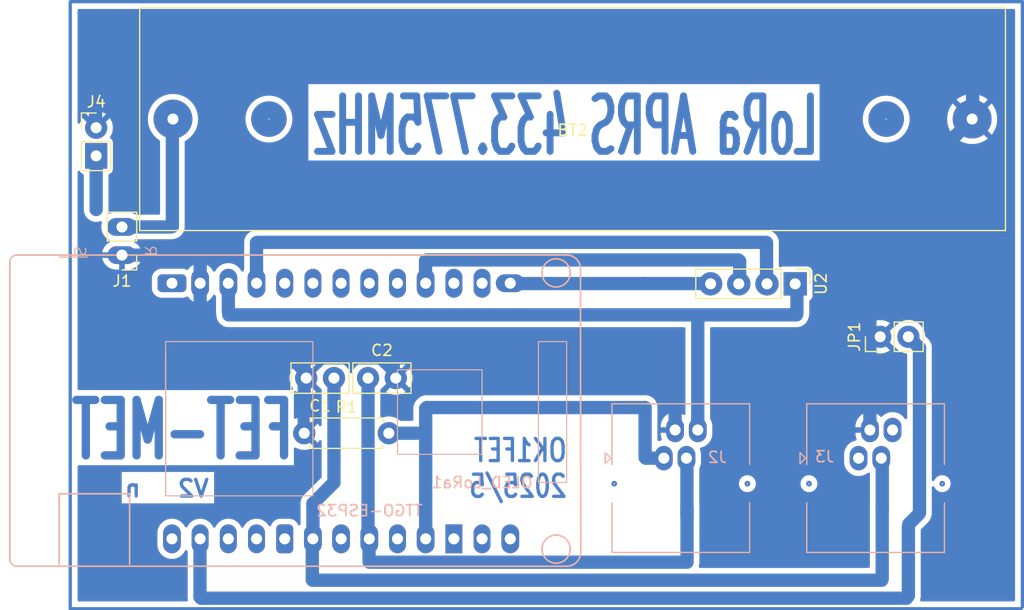
<source format=kicad_pcb>
(kicad_pcb (version 20221018) (generator pcbnew)
  (layers (0 "F.Cu" signal) (31 "B.Cu" signal) (34 "B.Paste" user) (35 "F.Paste" user) (36 "B.SilkS" user "B.Silkscreen") (37 "F.SilkS" user "F.Silkscreen") (38 "B.Mask" user) (39 "F.Mask" user) (44 "Edge.Cuts" user))
  (net 0 "")
  (net 1 "Net-(BT2-+)")
  (net 2 "GND")
  (net 3 "Net-(OLED_LoRa1-14)")
  (net 4 "Net-(OLED_LoRa1-+3V)")
  (net 5 "Net-(U2-GND)")
  (net 11 "Net-(OLED_LoRa1-SCL_22)")
  (net 14 "Net-(OLED_LoRa1-SDA_21)")
  (net 21 "Net-(OLED_LoRa1-34.)")
  (net 26 "Net-(JP1-B)")
  (net 27 "Net-(J4-Pin_2)")
  (net 29 "Net-(OLED_LoRa1-13)")
  (footprint "Connector_PinHeader_2.54mm:PinHeader_1x02_P2.54mm_Vertical" (layer "F.Cu") (at 108.525 88.55)
    (fp_text reference "J4" (at 0 -2.33) (layer "F.SilkS"))
    (fp_text value "Mikro USB - Vin")
    (fp_line (start -1.33 -1.33) (end 0 -1.33) (stroke (width 0.12)) (layer "F.SilkS"))
    (fp_line (start -1.33 0) (end -1.33 -1.33) (stroke (width 0.12)) (layer "F.SilkS"))
    (fp_line (start -1.33 1.27) (end -1.33 3.87) (stroke (width 0.12)) (layer "F.SilkS"))
    (fp_line (start -1.33 1.27) (end 1.33 1.27) (stroke (width 0.12)) (layer "F.SilkS"))
    (fp_line (start -1.33 3.87) (end 1.33 3.87) (stroke (width 0.12)) (layer "F.SilkS"))
    (fp_line (start 1.33 1.27) (end 1.33 3.87) (stroke (width 0.12)) (layer "F.SilkS"))
    (pad "1" thru_hole circle (at 0 0) (size 2 2) (drill 1) (layers "*.Cu" "*.Mask") (net 2 "GND"))
    (pad "2" thru_hole rect (at 0 2.54) (size 2 2.3) (drill 1) (layers "*.Cu" "*.Mask") (net 27 "Net-(J4-Pin_2)"))
  )
  (footprint "Capacitor_THT:C_Disc_D5.0mm_W2.5mm_P2.50mm" (layer "F.Cu") (at 129.95 111.125 180)
    (fp_text reference "C1" (at 1.25 -2.5) (layer "F.SilkS"))
    (fp_text value "M1")
    (fp_line (start -1.37 -1.37) (end -1.37 1.37) (stroke (width 0.12)) (layer "F.SilkS"))
    (fp_line (start -1.37 -1.37) (end 3.87 -1.37) (stroke (width 0.12)) (layer "F.SilkS"))
    (fp_line (start -1.37 1.37) (end 3.87 1.37) (stroke (width 0.12)) (layer "F.SilkS"))
    (fp_line (start 3.87 -1.37) (end 3.87 1.37) (stroke (width 0.12)) (layer "F.SilkS"))
    (pad "1" thru_hole circle (at 0 0 180) (size 2 2) (drill 1) (layers "*.Cu" "*.Mask") (net 29 "Net-(OLED_LoRa1-13)"))
    (pad "2" thru_hole circle (at 2.5 0 180) (size 2 2) (drill 1) (layers "*.Cu" "*.Mask") (net 2 "GND"))
  )
  (footprint "Connector_PinHeader_2.54mm:PinHeader_1x02_P2.54mm_Vertical" (layer "F.Cu") (at 110.85 100.04 180)
    (fp_text reference "J1" (at 0 -2.33) (layer "F.SilkS"))
    (fp_text value "Conn_01x02_Pin")
    (fp_line (start -1.33 -1.33) (end 0 -1.33) (stroke (width 0.12)) (layer "F.SilkS"))
    (fp_line (start -1.33 0) (end -1.33 -1.33) (stroke (width 0.12)) (layer "F.SilkS"))
    (fp_line (start -1.33 1.27) (end -1.33 3.87) (stroke (width 0.12)) (layer "F.SilkS"))
    (fp_line (start -1.33 1.27) (end 1.33 1.27) (stroke (width 0.12)) (layer "F.SilkS"))
    (fp_line (start -1.33 3.87) (end 1.33 3.87) (stroke (width 0.12)) (layer "F.SilkS"))
    (fp_line (start 1.33 1.27) (end 1.33 3.87) (stroke (width 0.12)) (layer "F.SilkS"))
    (pad "1" thru_hole oval (at 0 0 180) (size 2.6 1.6) (drill 1) (layers "*.Cu" "*.Mask") (net 2 "GND"))
    (pad "2" thru_hole oval (at 0 2.54 180) (size 2.7 1.6) (drill 1) (layers "*.Cu" "*.Mask") (net 1 "Net-(BT2-+)"))
  )
  (footprint "Battery:BatteryHolder_MPD_BH-18650-PC2" (layer "F.Cu") (at 115.445 87.77)
    (fp_text reference "BT2" (at 36 1) (layer "F.SilkS"))
    (fp_text value "18650")
    (fp_line (start -3 -10.05) (end 75 -10.05) (stroke (width 0.12)) (layer "F.SilkS"))
    (fp_line (start -3 10.05) (end -3 -10.05) (stroke (width 0.12)) (layer "F.SilkS"))
    (fp_line (start 75 -10.05) (end 75 10.05) (stroke (width 0.12)) (layer "F.SilkS"))
    (fp_line (start 75 10.05) (end -3 10.05) (stroke (width 0.12)) (layer "F.SilkS"))
    (pad "" np_thru_hole circle (at 8.645 0) (size 3.2 3.2) (drill 0.1) (layers "F&B.Cu" "*.Mask"))
    (pad "" np_thru_hole circle (at 64.255 0) (size 3.2 3.2) (drill 0.1) (layers "F&B.Cu" "*.Mask"))
    (pad "1" thru_hole circle (at 0 0) (size 3.5 3.5) (drill 1) (layers "*.Cu" "*.Mask") (net 1 "Net-(BT2-+)"))
    (pad "2" thru_hole circle (at 72 0) (size 3.5 3.5) (drill 1) (layers "*.Cu" "*.Mask") (net 2 "GND"))
  )
  (footprint "Connector_PinHeader_2.54mm:PinHeader_1x04_P2.54mm_Vertical" (layer "F.Cu") (at 171.5 102.625 -90)
    (fp_text reference "U2" (at 0 -2.33 90) (layer "F.SilkS"))
    (fp_text value "BME280")
    (fp_line (start -1.33 -1.33) (end 0 -1.33) (stroke (width 0.12)) (layer "F.SilkS"))
    (fp_line (start -1.33 0) (end -1.33 -1.33) (stroke (width 0.12)) (layer "F.SilkS"))
    (fp_line (start -1.33 1.27) (end -1.33 8.95) (stroke (width 0.12)) (layer "F.SilkS"))
    (fp_line (start -1.33 1.27) (end 1.33 1.27) (stroke (width 0.12)) (layer "F.SilkS"))
    (fp_line (start -1.33 8.95) (end 1.33 8.95) (stroke (width 0.12)) (layer "F.SilkS"))
    (fp_line (start 1.33 1.27) (end 1.33 8.95) (stroke (width 0.12)) (layer "F.SilkS"))
    (pad "1" thru_hole rect (at 0 0 270) (size 2.1 2.1) (drill 1) (layers "*.Cu" "*.Mask") (net 4 "Net-(OLED_LoRa1-+3V)"))
    (pad "2" thru_hole circle (at 0 2.54 270) (size 2.1 2.1) (drill 1) (layers "*.Cu" "*.Mask") (net 5 "Net-(U2-GND)"))
    (pad "3" thru_hole circle (at 0 5.08 270) (size 2.1 2.1) (drill 1) (layers "*.Cu" "*.Mask") (net 11 "Net-(OLED_LoRa1-SCL_22)"))
    (pad "4" thru_hole circle (at 0 7.62 270) (size 2.1 2.1) (drill 1) (layers "*.Cu" "*.Mask") (net 14 "Net-(OLED_LoRa1-SDA_21)"))
  )
  (footprint "Resistor_THT:R_Axial_DIN0207_L6.3mm_D2.5mm_P7.62mm_Horizontal" (layer "F.Cu") (at 127.27 116.095)
    (fp_text reference "R1" (at 3.81 -2.37) (layer "F.SilkS"))
    (fp_text value "10K")
    (fp_line (start 0.54 -1.37) (end 7.08 -1.37) (stroke (width 0.12)) (layer "F.SilkS"))
    (fp_line (start 0.54 -1.04) (end 0.54 -1.37) (stroke (width 0.12)) (layer "F.SilkS"))
    (fp_line (start 0.54 1.04) (end 0.54 1.37) (stroke (width 0.12)) (layer "F.SilkS"))
    (fp_line (start 0.54 1.37) (end 7.08 1.37) (stroke (width 0.12)) (layer "F.SilkS"))
    (fp_line (start 7.08 -1.37) (end 7.08 -1.04) (stroke (width 0.12)) (layer "F.SilkS"))
    (fp_line (start 7.08 1.37) (end 7.08 1.04) (stroke (width 0.12)) (layer "F.SilkS"))
    (pad "1" thru_hole circle (at 0 0) (size 2 2) (drill 1) (layers "*.Cu" "*.Mask") (net 2 "GND"))
    (pad "2" thru_hole circle (at 7.62 0) (size 2 2) (drill 1) (layers "*.Cu" "*.Mask") (net 21 "Net-(OLED_LoRa1-34.)"))
  )
  (footprint "Capacitor_THT:C_Disc_D5.0mm_W2.5mm_P2.50mm" (layer "F.Cu") (at 133.02 111.125)
    (fp_text reference "C2" (at 1.25 -2.5) (layer "F.SilkS"))
    (fp_text value "10pF")
    (fp_line (start -1.37 -1.37) (end -1.37 1.37) (stroke (width 0.12)) (layer "F.SilkS"))
    (fp_line (start -1.37 -1.37) (end 3.87 -1.37) (stroke (width 0.12)) (layer "F.SilkS"))
    (fp_line (start -1.37 1.37) (end 3.87 1.37) (stroke (width 0.12)) (layer "F.SilkS"))
    (fp_line (start 3.87 -1.37) (end 3.87 1.37) (stroke (width 0.12)) (layer "F.SilkS"))
    (pad "1" thru_hole circle (at 0 0) (size 2 2) (drill 1) (layers "*.Cu" "*.Mask") (net 3 "Net-(OLED_LoRa1-14)"))
    (pad "2" thru_hole circle (at 2.5 0) (size 2 2) (drill 1) (layers "*.Cu" "*.Mask") (net 2 "GND"))
  )
  (footprint "Connector_PinHeader_2.54mm:PinHeader_1x02_P2.54mm_Vertical" (layer "F.Cu") (at 179.16 107.4 90)
    (fp_text reference "JP1" (at 0 -2.33 90) (layer "F.SilkS"))
    (fp_text value "Display_ON")
    (fp_line (start -1.33 -1.33) (end 0 -1.33) (stroke (width 0.12)) (layer "F.SilkS"))
    (fp_line (start -1.33 0) (end -1.33 -1.33) (stroke (width 0.12)) (layer "F.SilkS"))
    (fp_line (start -1.33 1.27) (end -1.33 3.87) (stroke (width 0.12)) (layer "F.SilkS"))
    (fp_line (start -1.33 1.27) (end 1.33 1.27) (stroke (width 0.12)) (layer "F.SilkS"))
    (fp_line (start -1.33 3.87) (end 1.33 3.87) (stroke (width 0.12)) (layer "F.SilkS"))
    (fp_line (start 1.33 1.27) (end 1.33 3.87) (stroke (width 0.12)) (layer "F.SilkS"))
    (pad "1" thru_hole circle (at 0 0 90) (size 2 2) (drill 1) (layers "*.Cu" "*.Mask") (net 2 "GND"))
    (pad "2" thru_hole circle (at 0 2.54 90) (size 2 2) (drill 1) (layers "*.Cu" "*.Mask") (net 26 "Net-(JP1-B)"))
  )
  (footprint "Connector_RJ:RJ14_Connfly_DS1133-S4_Horizontal" (layer "B.Cu") (at 177.215 118.345)
    (fp_text reference "J3" (at -3.06 -0.13) (layer "B.SilkS") (effects (justify mirror)))
    (fp_text value "Rain")
    (fp_line (start -5.28 -0.5) (end -5.28 0.5) (stroke (width 0.12)) (layer "B.SilkS"))
    (fp_line (start -5.28 0.5) (end -4.78 0) (stroke (width 0.12)) (layer "B.SilkS"))
    (fp_line (start -4.78 0) (end -5.28 -0.5) (stroke (width 0.12)) (layer "B.SilkS"))
    (fp_line (start -4.67 -4.9) (end -4.67 0.57) (stroke (width 0.12)) (layer "B.SilkS"))
    (fp_line (start -4.67 8.5) (end -4.67 4.03) (stroke (width 0.12)) (layer "B.SilkS"))
    (fp_line (start -4.67 8.5) (end 7.73 8.5) (stroke (width 0.12)) (layer "B.SilkS"))
    (fp_line (start 7.73 -4.9) (end -4.67 -4.9) (stroke (width 0.12)) (layer "B.SilkS"))
    (fp_line (start 7.73 0.57) (end 7.73 -4.9) (stroke (width 0.12)) (layer "B.SilkS"))
    (fp_line (start 7.73 8.5) (end 7.73 4.03) (stroke (width 0.12)) (layer "B.SilkS"))
    (pad "" np_thru_hole circle (at -4.47 2.3 180) (size 0.5 0.5) (drill 0.1) (layers "F&B.Cu" "*.Mask"))
    (pad "" np_thru_hole circle (at 7.53 2.3 180) (size 0.5 0.5) (drill 0.1) (layers "F&B.Cu" "*.Mask"))
    (pad "1" thru_hole oval (at 0 0 180) (size 1.6 2.2) (drill 1) (layers "*.Cu" "*.Mask"))
    (pad "2" thru_hole oval (at 1.02 -2.54 180) (size 1.6 2.2) (drill 1) (layers "*.Cu" "*.Mask") (net 2 "GND"))
    (pad "3" thru_hole oval (at 2.04 0 180) (size 1.6 2.2) (drill 1) (layers "*.Cu" "*.Mask") (net 29 "Net-(OLED_LoRa1-13)"))
    (pad "4" thru_hole oval (at 3.06 -2.54 180) (size 1.6 2.2) (drill 1) (layers "*.Cu" "*.Mask"))
  )
  (footprint "TTGO-ESP32-KICAD-master:TTGO-ESP32" (layer "B.Cu") (at 100.1125 125.617987 90)
    (fp_text reference "OLED_LoRa1" (at 5.08 43.18) (layer "B.SilkS") (effects (justify mirror)))
    (fp_text value "TTGO-ESP32" (at 2.54 33.02) (layer "B.SilkS") (effects (justify mirror)))
    (fp_text user "S" (at 25.4 6.35 270 unlocked) (layer "B.SilkS") (effects (font (thickness 0.1)) (justify left bottom mirror)))
    (fp_text user "R" (at 25.4 12.7 270 unlocked) (layer "B.SilkS") (effects (font (thickness 0.1)) (justify left bottom mirror)))
    (fp_line (start -2.471987 50.8) (end -2.471987 1.27) (stroke (width 0.15)) (layer "B.SilkS"))
    (fp_line (start -2.286 11.43) (end 4.064 11.43) (stroke (width 0.15)) (layer "B.SilkS"))
    (fp_line (start -1.836987 0.635) (end 22.225 0.635) (stroke (width 0.15)) (layer "B.SilkS"))
    (fp_line (start -1.133974 52.07) (end 21.601974 52.046974) (stroke (width 0.15)) (layer "B.SilkS"))
    (fp_line (start 3.875 14.675) (end 16.575 14.675) (stroke (width 0.1)) (layer "B.SilkS"))
    (fp_line (start 4.064 5.08) (end -2.286 5.08) (stroke (width 0.15)) (layer "B.SilkS"))
    (fp_line (start 4.064 11.43) (end 4.064 5.08) (stroke (width 0.15)) (layer "B.SilkS"))
    (fp_line (start 21.601974 52.046974) (end 24.327961 52.046974) (stroke (width 0.15)) (layer "B.SilkS"))
    (fp_line (start 23.587994 0.635) (end 23.587994 0.635) (stroke (width 0.15)) (layer "B.SilkS"))
    (fp_line (start 24.950987 0.635) (end 22.225 0.635) (stroke (width 0.15)) (layer "B.SilkS"))
    (fp_line (start 25.585987 1.27) (end 25.585987 50.8) (stroke (width 0.15)) (layer "B.SilkS"))
    (fp_rect (start 3.875 14.675) (end 17.78 27.94) (stroke (width 0.1)) (fill none) (layer "B.SilkS"))
    (fp_rect (start 5.08 50.8) (end 17.78 48.26) (stroke (width 0.1)) (fill none) (layer "B.SilkS"))
    (fp_rect (start 7.62 43.18) (end 15.24 35.56) (stroke (width 0.1)) (fill none) (layer "B.SilkS"))
    (fp_rect (start 25.4 7.62) (end 25.4 5.08) (stroke (width 0.1)) (fill none) (layer "B.SilkS"))
    (fp_arc (start -2.471987 1.27) (mid -2.286 0.820987) (end -1.836987 0.635) (stroke (width 0.15)) (layer "B.SilkS"))
    (fp_arc (start -1.201974 52.07) (mid -2.1 51.698026) (end -2.471974 50.8) (stroke (width 0.15)) (layer "B.SilkS"))
    (fp_arc (start 24.950987 0.635) (mid 25.400008 0.820983) (end 25.585987 1.27) (stroke (width 0.15)) (layer "B.SilkS"))
    (fp_arc (start 25.597961 50.776974) (mid 25.225993 51.675003) (end 24.327961 52.046974) (stroke (width 0.15)) (layer "B.SilkS"))
    (fp_circle (center -0.925 49.85) (end 0.345 49.85) (stroke (width 0.15)) (fill none) (layer "B.SilkS"))
    (fp_circle (center 23.975987 49.85) (end 25.245987 49.85) (stroke (width 0.15)) (fill none) (layer "B.SilkS"))
    (pad "1" thru_hole roundrect (at 23.045987 15.24 90) (size 1.6 2.6) (drill 1) (layers "*.Cu" "*.Mask"))
    (pad "2" thru_hole oval (at 23.045987 17.78 90) (size 2.6 1.6) (drill 1) (layers "*.Cu" "*.Mask") (net 2 "GND"))
    (pad "3" thru_hole oval (at 23.045987 20.32 90) (size 2.6 1.6) (drill 1) (layers "*.Cu" "*.Mask") (net 4 "Net-(OLED_LoRa1-+3V)"))
    (pad "4" thru_hole oval (at 23.045987 22.86 90) (size 2.6 1.6) (drill 1) (layers "*.Cu" "*.Mask") (net 5 "Net-(U2-GND)"))
    (pad "5" thru_hole oval (at 23.045987 25.4 90) (size 2.6 1.524) (drill 1) (layers "*.Cu" "*.Mask"))
    (pad "6" thru_hole oval (at 23.045987 27.94 90) (size 2.6 1.524) (drill 1) (layers "*.Cu" "*.Mask"))
    (pad "7" thru_hole oval (at 23.045987 30.48 90) (size 2.6 1.524) (drill 1) (layers "*.Cu" "*.Mask"))
    (pad "8" thru_hole oval (at 23.045987 33.02 90) (size 2.6 1.6) (drill 1) (layers "*.Cu" "*.Mask"))
    (pad "9" thru_hole oval (at 23.045987 35.56 90) (size 2.6 1.524) (drill 1) (layers "*.Cu" "*.Mask"))
    (pad "10" thru_hole oval (at 23.045987 38.1 90) (size 2.6 1.6) (drill 1) (layers "*.Cu" "*.Mask") (net 11 "Net-(OLED_LoRa1-SCL_22)"))
    (pad "11" thru_hole oval (at 23.045987 40.64 90) (size 2.6 1.524) (drill 1) (layers "*.Cu" "*.Mask"))
    (pad "12" thru_hole oval (at 23.045987 43.18 90) (size 2.6 1.524) (drill 1) (layers "*.Cu" "*.Mask"))
    (pad "13" thru_hole oval (at 23.045987 45.72 90) (size 1.6 2.6) (drill 1) (layers "*.Cu" "*.Mask") (net 14 "Net-(OLED_LoRa1-SDA_21)"))
    (pad "14" thru_hole oval (at 0 15.24 90) (size 2.6 1.6) (drill 1) (layers "*.Cu" "*.Mask"))
    (pad "15" thru_hole oval (at 0 17.78 90) (size 2.6 1.524) (drill 1) (layers "*.Cu" "*.Mask") (net 26 "Net-(JP1-B)"))
    (pad "16" thru_hole oval (at 0 20.32 90) (size 2.6 1.524) (drill 1) (layers "*.Cu" "*.Mask"))
    (pad "17" thru_hole oval (at 0 22.86 90) (size 2.6 1.524) (drill 1) (layers "*.Cu" "*.Mask"))
    (pad "18" thru_hole roundrect (at 0 25.4 90) (size 2.6 1.524) (drill 1) (layers "*.Cu" "*.Mask"))
    (pad "19" thru_hole oval (at 0 27.94 90) (size 2.6 1.6) (drill 1) (layers "*.Cu" "*.Mask") (net 29 "Net-(OLED_LoRa1-13)"))
    (pad "20" thru_hole oval (at 0 30.48 90) (size 2.6 1.6) (drill 1) (layers "*.Cu" "*.Mask"))
    (pad "21" thru_hole oval (at 0 33.02 90) (size 2.6 1.6) (drill 1) (layers "*.Cu" "*.Mask") (net 3 "Net-(OLED_LoRa1-14)"))
    (pad "22" thru_hole oval (at 0 35.56 90) (size 2.6 1.524) (drill 1) (layers "*.Cu" "*.Mask"))
    (pad "23" thru_hole oval (at 0 38.1 90) (size 2.6 1.6) (drill 1) (layers "*.Cu" "*.Mask") (net 21 "Net-(OLED_LoRa1-34.)"))
    (pad "24" thru_hole rect (at 0 40.64 90) (size 2.6 1.524) (drill 1) (layers "*.Cu" "*.Mask"))
    (pad "25" thru_hole oval (at 0 43.18 90) (size 2.6 1.524) (drill 1) (layers "*.Cu" "*.Mask"))
    (pad "26" thru_hole oval (at 0 45.72 90) (size 2.6 1.6) (drill 1) (layers "*.Cu" "*.Mask"))
  )
  (footprint "Connector_RJ:RJ14_Connfly_DS1133-S4_Horizontal" (layer "B.Cu") (at 159.665 118.345)
    (fp_text reference "J2" (at 4.83 -0.08) (layer "B.SilkS") (effects (justify mirror)))
    (fp_text value "Wind/Speed+Dir")
    (fp_line (start -5.28 -0.5) (end -5.28 0.5) (stroke (width 0.12)) (layer "B.SilkS"))
    (fp_line (start -5.28 0.5) (end -4.78 0) (stroke (width 0.12)) (layer "B.SilkS"))
    (fp_line (start -4.78 0) (end -5.28 -0.5) (stroke (width 0.12)) (layer "B.SilkS"))
    (fp_line (start -4.67 -4.9) (end -4.67 0.57) (stroke (width 0.12)) (layer "B.SilkS"))
    (fp_line (start -4.67 8.5) (end -4.67 4.03) (stroke (width 0.12)) (layer "B.SilkS"))
    (fp_line (start -4.67 8.5) (end 7.73 8.5) (stroke (width 0.12)) (layer "B.SilkS"))
    (fp_line (start 7.73 -4.9) (end -4.67 -4.9) (stroke (width 0.12)) (layer "B.SilkS"))
    (fp_line (start 7.73 0.57) (end 7.73 -4.9) (stroke (width 0.12)) (layer "B.SilkS"))
    (fp_line (start 7.73 8.5) (end 7.73 4.03) (stroke (width 0.12)) (layer "B.SilkS"))
    (pad "" np_thru_hole circle (at -4.47 2.3 180) (size 0.5 0.5) (drill 0.1) (layers "F&B.Cu" "*.Mask"))
    (pad "" np_thru_hole circle (at 7.53 2.3 180) (size 0.5 0.5) (drill 0.1) (layers "F&B.Cu" "*.Mask"))
    (pad "1" thru_hole oval (at 0 0 180) (size 1.6 2.2) (drill 1) (layers "*.Cu" "*.Mask") (net 21 "Net-(OLED_LoRa1-34.)"))
    (pad "2" thru_hole oval (at 1.02 -2.54 180) (size 1.6 2.2) (drill 1) (layers "*.Cu" "*.Mask") (net 2 "GND"))
    (pad "3" thru_hole oval (at 2.04 0 180) (size 1.6 2.2) (drill 1) (layers "*.Cu" "*.Mask") (net 3 "Net-(OLED_LoRa1-14)"))
    (pad "4" thru_hole oval (at 3.06 -2.54 180) (size 1.6 2.2) (drill 1) (layers "*.Cu" "*.Mask") (net 4 "Net-(OLED_LoRa1-+3V)"))
  )
  (gr_text "OK1FET \n2025/5" (at 151.08 122.045) (layer "B.Cu") (effects (font (size 2 1.5) (thickness 0.3) bold) (justify left bottom mirror)))
  (gr_text "LoRa APRS 433.775MHz" (at 173.88 91.325) (layer "B.Cu") (effects (font (size 5 2.5) (thickness 0.625) bold) (justify left bottom mirror)))
  (gr_text "FET-MET" (at 126.66 118.745) (layer "B.Cu") (effects (font (size 5 3) (thickness 0.75) bold) (justify left bottom mirror)))
  (gr_text "V2   n" (at 118.83 121.955) (layer "B.Cu") (effects (font (size 1.5 1.5) (thickness 0.3) bold) (justify left bottom mirror)))
  (segment (start 106.22 77.185) (end 106.19 77.215) (width 0.3) (layer "B.Cu") (net 0))
  (segment (start 106.2 131.925) (end 191.85 131.925) (width 0.3) (layer "B.Cu") (net 0))
  (segment (start 191.97 77.185) (end 191.97 131.765) (width 0.3) (layer "B.Cu") (net 0))
  (segment (start 106.19 77.215) (end 106.19 131.915) (width 0.3) (layer "B.Cu") (net 0))
  (segment (start 106.19 131.915) (end 106.2 131.925) (width 0.3) (layer "B.Cu") (net 0))
  (segment (start 191.95 77.185) (end 106.22 77.185) (width 0.3) (layer "B.Cu") (net 0))
  (segment (start 115.265 97.5) (end 110.85 97.5) (width 1.2) (layer "B.Cu") (net 1))
  (segment (start 115.39 87.55) (end 115.39 97.46) (width 1.2) (layer "B.Cu") (net 1))
  (segment (start 178.2 97.015) (end 187.445 87.77) (width 1.2) (layer "B.Cu") (net 2))
  (segment (start 160.685 115.805) (end 160.685 109.325) (width 1.2) (layer "B.Cu") (net 2))
  (segment (start 127.26 110.765) (end 127.26 109.325) (width 1.2) (layer "B.Cu") (net 2))
  (segment (start 117.8925 100.1875) (end 117.745 100.04) (width 1.2) (layer "B.Cu") (net 2))
  (segment (start 117.8925 102.572) (end 117.8925 100.1875) (width 1.2) (layer "B.Cu") (net 2))
  (segment (start 135.29 111.01) (end 135.29 109.38) (width 1.2) (layer "B.Cu") (net 2))
  (segment (start 160.685 109.325) (end 160.715 109.295) (width 1.2) (layer "B.Cu") (net 2))
  (segment (start 118.19 109.325) (end 117.8925 109.0275) (width 1.2) (layer "B.Cu") (net 2))
  (segment (start 117.8925 109.0275) (end 117.8925 102.572) (width 1.2) (layer "B.Cu") (net 2))
  (segment (start 120.22 97.86) (end 120.22 82.155) (width 1.2) (layer "B.Cu") (net 2))
  (segment (start 127.27 111.265) (end 127.27 115.765) (width 1.2) (layer "B.Cu") (net 2))
  (segment (start 187.48 82.155) (end 120.22 82.155) (width 1.2) (layer "B.Cu") (net 2))
  (segment (start 127.26 109.325) (end 118.19 109.325) (width 1.2) (layer "B.Cu") (net 2))
  (segment (start 178.2 97.015) (end 178.235 97.05) (width 1.2) (layer "B.Cu") (net 2))
  (segment (start 160.715 109.295) (end 127.245 109.295) (width 1.2) (layer "B.Cu") (net 2))
  (segment (start 108.47 88.2875) (end 108.47 82.1825) (width 1.2) (layer "B.Cu") (net 2))
  (segment (start 117.745 100.04) (end 110.85 100.04) (width 1.2) (layer "B.Cu") (net 2))
  (segment (start 178.235 97.05) (end 178.235 115.805) (width 1.2) (layer "B.Cu") (net 2))
  (segment (start 119.97 82.175) (end 108.53 82.175) (width 1.2) (layer "B.Cu") (net 2))
  (segment (start 117.8925 100.1875) (end 120.22 97.86) (width 1.2) (layer "B.Cu") (net 2))
  (segment (start 187.49 82.185) (end 187.49 87.265) (width 1.2) (layer "B.Cu") (net 2))
  (segment (start 161.75 123.595) (end 161.75 119.24) (width 1.2) (layer "B.Cu") (net 3))
  (segment (start 133.02 125.505487) (end 133.1325 125.617987) (width 1.2) (layer "B.Cu") (net 3))
  (segment (start 133.11 127.667256) (end 133.11 125.642743) (width 1.2) (layer "B.Cu") (net 3))
  (segment (start 133.02 111.125) (end 133.02 125.505487) (width 1.2) (layer "B.Cu") (net 3))
  (segment (start 161.76 127.725) (end 133.14 127.725) (width 1.2) (layer "B.Cu") (net 3))
  (segment (start 161.76 122.755) (end 161.76 127.655) (width 1.2) (layer "B.Cu") (net 3))
  (segment (start 120.4325 102.572) (end 120.4325 105.1225) (width 1.2) (layer "B.Cu") (net 4))
  (segment (start 171.39 105.315) (end 171.54 105.165) (width 1.2) (layer "B.Cu") (net 4))
  (segment (start 171.66 105.285) (end 171.66 102.785) (width 1.2) (layer "B.Cu") (net 4))
  (segment (start 162.77 105.425) (end 171.62 105.425) (width 1.2) (layer "B.Cu") (net 4))
  (segment (start 162.725 115.805) (end 162.725 105.47) (width 1.2) (layer "B.Cu") (net 4))
  (segment (start 120.47 105.425) (end 162.77 105.425) (width 1.2) (layer "B.Cu") (net 4))
  (segment (start 162.725 105.47) (end 162.77 105.425) (width 1.2) (layer "B.Cu") (net 4))
  (segment (start 123.12 98.885) (end 168.82 98.885) (width 1.2) (layer "B.Cu") (net 5))
  (segment (start 122.97 102.44475) (end 122.97 98.90525) (width 1.2) (layer "B.Cu") (net 5))
  (segment (start 168.92 98.905) (end 168.92 102.505) (width 1.2) (layer "B.Cu") (net 5))
  (segment (start 138.2 100.635) (end 138.32 100.515) (width 1.2) (layer "B.Cu") (net 11))
  (segment (start 138.2 102.44725) (end 138.2 100.52275) (width 1.2) (layer "B.Cu") (net 11))
  (segment (start 166.5 100.565) (end 166.5 102.485) (width 1.2) (layer "B.Cu") (net 11))
  (segment (start 138.32 100.475) (end 166.39 100.475) (width 1.2) (layer "B.Cu") (net 11))
  (segment (start 157.86 102.605) (end 145.8655 102.605) (width 1.2) (layer "B.Cu") (net 14))
  (segment (start 157.84 102.605) (end 163.84 102.605) (width 1.2) (layer "B.Cu") (net 14))
  (segment (start 145.8655 102.605) (end 145.8325 102.572) (width 1.2) (layer "B.Cu") (net 14))
  (segment (start 157.98 118.28) (end 158.045 118.345) (width 1.2) (layer "B.Cu") (net 21))
  (segment (start 158.045 118.345) (end 159.665 118.345) (width 1.2) (layer "B.Cu") (net 21))
  (segment (start 138.2125 113.8725) (end 138.3 113.785) (width 1.2) (layer "B.Cu") (net 21))
  (segment (start 138.2125 125.617987) (end 138.2125 113.8725) (width 1.2) (layer "B.Cu") (net 21))
  (segment (start 157.98 113.785) (end 157.98 118.28) (width 1.2) (layer "B.Cu") (net 21))
  (segment (start 157.98 113.785) (end 138.3 113.785) (width 1.2) (layer "B.Cu") (net 21))
  (segment (start 134.89 116.095) (end 137.42 116.095) (width 1.2) (layer "B.Cu") (net 21))
  (segment (start 117.88 130.87) (end 117.88 125.420487) (width 1.2) (layer "B.Cu") (net 26))
  (segment (start 182.6625 123.3625) (end 181.7375 124.2875) (width 1.2) (layer "B.Cu") (net 26))
  (segment (start 182.7 108.4) (end 182.7 123.280152) (width 1.2) (layer "B.Cu") (net 26))
  (segment (start 117.985 130.975) (end 117.88 130.87) (width 1.2) (layer "B.Cu") (net 26))
  (segment (start 181.55 130.975) (end 117.985 130.975) (width 1.2) (layer "B.Cu") (net 26))
  (segment (start 181.7 124.505152) (end 181.7 130.75) (width 1.2) (layer "B.Cu") (net 26))
  (segment (start 181.7 107.4) (end 182.7 108.4) (width 1.2) (layer "B.Cu") (net 26))
  (segment (start 108.525 91.84) (end 108.525 95.925) (width 1.2) (layer "B.Cu") (net 27))
  (segment (start 128 129.319756) (end 128 125.720243) (width 1.2) (layer "B.Cu") (net 29))
  (segment (start 128.0525 122.4375) (end 128.0525 125.617987) (width 1.2) (layer "B.Cu") (net 29))
  (segment (start 129.95 120.54) (end 128.0525 122.4375) (width 1.2) (layer "B.Cu") (net 29))
  (segment (start 179.3 129.35) (end 128.030244 129.35) (width 1.2) (layer "B.Cu") (net 29))
  (segment (start 128.030244 129.35) (end 128 129.319756) (width 1.2) (layer "B.Cu") (net 29))
  (segment (start 179.34 122.415) (end 179.34 129.215) (width 1.2) (layer "B.Cu") (net 29))
  (segment (start 179.345 123.02) (end 179.345 119.035) (width 1.2) (layer "B.Cu") (net 29))
  (segment (start 129.95 111.125) (end 129.95 120.54) (width 1.2) (layer "B.Cu") (net 29))
  (zone (net 2) (net_name "GND") (layer "B.Cu") (priority 1) (connect_pads (clearance 0.508)) (min_thickness 0.25) (fill yes (thermal_gap 0.5) (thermal_bridge_width 0.5))
    (polygon (pts (xy 106.275 77.225) (xy 191.95 77.15) (xy 191.95 131.9) (xy 106.225 131.9)))
  )
)
</source>
